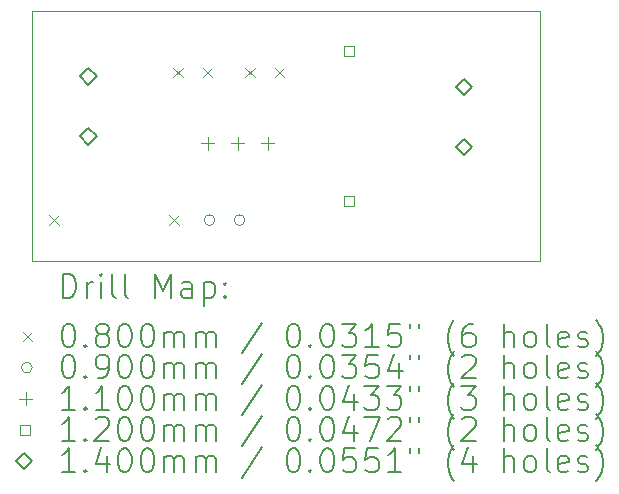
<source format=gbr>
%TF.GenerationSoftware,KiCad,Pcbnew,9.0.7-1.fc43*%
%TF.CreationDate,2026-02-20T23:12:54+05:30*%
%TF.ProjectId,7805 voltage regulator,37383035-2076-46f6-9c74-616765207265,rev?*%
%TF.SameCoordinates,Original*%
%TF.FileFunction,Drillmap*%
%TF.FilePolarity,Positive*%
%FSLAX45Y45*%
G04 Gerber Fmt 4.5, Leading zero omitted, Abs format (unit mm)*
G04 Created by KiCad (PCBNEW 9.0.7-1.fc43) date 2026-02-20 23:12:54*
%MOMM*%
%LPD*%
G01*
G04 APERTURE LIST*
%ADD10C,0.050000*%
%ADD11C,0.200000*%
%ADD12C,0.100000*%
%ADD13C,0.110000*%
%ADD14C,0.120000*%
%ADD15C,0.140000*%
G04 APERTURE END LIST*
D10*
X9877000Y-8833000D02*
X14177000Y-8833000D01*
X14177000Y-10943000D01*
X9877000Y-10943000D01*
X9877000Y-8833000D01*
D11*
D12*
X10020000Y-10560000D02*
X10100000Y-10640000D01*
X10100000Y-10560000D02*
X10020000Y-10640000D01*
X11036000Y-10560000D02*
X11116000Y-10640000D01*
X11116000Y-10560000D02*
X11036000Y-10640000D01*
X11070000Y-9310000D02*
X11150000Y-9390000D01*
X11150000Y-9310000D02*
X11070000Y-9390000D01*
X11320000Y-9310000D02*
X11400000Y-9390000D01*
X11400000Y-9310000D02*
X11320000Y-9390000D01*
X11680510Y-9310000D02*
X11760510Y-9390000D01*
X11760510Y-9310000D02*
X11680510Y-9390000D01*
X11930510Y-9310000D02*
X12010510Y-9390000D01*
X12010510Y-9310000D02*
X11930510Y-9390000D01*
X11421000Y-10600000D02*
G75*
G02*
X11331000Y-10600000I-45000J0D01*
G01*
X11331000Y-10600000D02*
G75*
G02*
X11421000Y-10600000I45000J0D01*
G01*
X11675000Y-10600000D02*
G75*
G02*
X11585000Y-10600000I-45000J0D01*
G01*
X11585000Y-10600000D02*
G75*
G02*
X11675000Y-10600000I45000J0D01*
G01*
D13*
X11362000Y-9895000D02*
X11362000Y-10005000D01*
X11307000Y-9950000D02*
X11417000Y-9950000D01*
X11616000Y-9895000D02*
X11616000Y-10005000D01*
X11561000Y-9950000D02*
X11671000Y-9950000D01*
X11870000Y-9895000D02*
X11870000Y-10005000D01*
X11815000Y-9950000D02*
X11925000Y-9950000D01*
D14*
X12602427Y-9207427D02*
X12602427Y-9122573D01*
X12517573Y-9122573D01*
X12517573Y-9207427D01*
X12602427Y-9207427D01*
X12602427Y-10477427D02*
X12602427Y-10392573D01*
X12517573Y-10392573D01*
X12517573Y-10477427D01*
X12602427Y-10477427D01*
D15*
X10350000Y-9452000D02*
X10420000Y-9382000D01*
X10350000Y-9312000D01*
X10280000Y-9382000D01*
X10350000Y-9452000D01*
X10350000Y-9960000D02*
X10420000Y-9890000D01*
X10350000Y-9820000D01*
X10280000Y-9890000D01*
X10350000Y-9960000D01*
X13530000Y-9542000D02*
X13600000Y-9472000D01*
X13530000Y-9402000D01*
X13460000Y-9472000D01*
X13530000Y-9542000D01*
X13530000Y-10050000D02*
X13600000Y-9980000D01*
X13530000Y-9910000D01*
X13460000Y-9980000D01*
X13530000Y-10050000D01*
D11*
X10135277Y-11256984D02*
X10135277Y-11056984D01*
X10135277Y-11056984D02*
X10182896Y-11056984D01*
X10182896Y-11056984D02*
X10211467Y-11066508D01*
X10211467Y-11066508D02*
X10230515Y-11085555D01*
X10230515Y-11085555D02*
X10240039Y-11104603D01*
X10240039Y-11104603D02*
X10249563Y-11142698D01*
X10249563Y-11142698D02*
X10249563Y-11171270D01*
X10249563Y-11171270D02*
X10240039Y-11209365D01*
X10240039Y-11209365D02*
X10230515Y-11228412D01*
X10230515Y-11228412D02*
X10211467Y-11247460D01*
X10211467Y-11247460D02*
X10182896Y-11256984D01*
X10182896Y-11256984D02*
X10135277Y-11256984D01*
X10335277Y-11256984D02*
X10335277Y-11123650D01*
X10335277Y-11161746D02*
X10344801Y-11142698D01*
X10344801Y-11142698D02*
X10354324Y-11133174D01*
X10354324Y-11133174D02*
X10373372Y-11123650D01*
X10373372Y-11123650D02*
X10392420Y-11123650D01*
X10459086Y-11256984D02*
X10459086Y-11123650D01*
X10459086Y-11056984D02*
X10449563Y-11066508D01*
X10449563Y-11066508D02*
X10459086Y-11076031D01*
X10459086Y-11076031D02*
X10468610Y-11066508D01*
X10468610Y-11066508D02*
X10459086Y-11056984D01*
X10459086Y-11056984D02*
X10459086Y-11076031D01*
X10582896Y-11256984D02*
X10563848Y-11247460D01*
X10563848Y-11247460D02*
X10554324Y-11228412D01*
X10554324Y-11228412D02*
X10554324Y-11056984D01*
X10687658Y-11256984D02*
X10668610Y-11247460D01*
X10668610Y-11247460D02*
X10659086Y-11228412D01*
X10659086Y-11228412D02*
X10659086Y-11056984D01*
X10916229Y-11256984D02*
X10916229Y-11056984D01*
X10916229Y-11056984D02*
X10982896Y-11199841D01*
X10982896Y-11199841D02*
X11049563Y-11056984D01*
X11049563Y-11056984D02*
X11049563Y-11256984D01*
X11230515Y-11256984D02*
X11230515Y-11152222D01*
X11230515Y-11152222D02*
X11220991Y-11133174D01*
X11220991Y-11133174D02*
X11201943Y-11123650D01*
X11201943Y-11123650D02*
X11163848Y-11123650D01*
X11163848Y-11123650D02*
X11144801Y-11133174D01*
X11230515Y-11247460D02*
X11211467Y-11256984D01*
X11211467Y-11256984D02*
X11163848Y-11256984D01*
X11163848Y-11256984D02*
X11144801Y-11247460D01*
X11144801Y-11247460D02*
X11135277Y-11228412D01*
X11135277Y-11228412D02*
X11135277Y-11209365D01*
X11135277Y-11209365D02*
X11144801Y-11190317D01*
X11144801Y-11190317D02*
X11163848Y-11180793D01*
X11163848Y-11180793D02*
X11211467Y-11180793D01*
X11211467Y-11180793D02*
X11230515Y-11171270D01*
X11325753Y-11123650D02*
X11325753Y-11323650D01*
X11325753Y-11133174D02*
X11344801Y-11123650D01*
X11344801Y-11123650D02*
X11382896Y-11123650D01*
X11382896Y-11123650D02*
X11401943Y-11133174D01*
X11401943Y-11133174D02*
X11411467Y-11142698D01*
X11411467Y-11142698D02*
X11420991Y-11161746D01*
X11420991Y-11161746D02*
X11420991Y-11218888D01*
X11420991Y-11218888D02*
X11411467Y-11237936D01*
X11411467Y-11237936D02*
X11401943Y-11247460D01*
X11401943Y-11247460D02*
X11382896Y-11256984D01*
X11382896Y-11256984D02*
X11344801Y-11256984D01*
X11344801Y-11256984D02*
X11325753Y-11247460D01*
X11506705Y-11237936D02*
X11516229Y-11247460D01*
X11516229Y-11247460D02*
X11506705Y-11256984D01*
X11506705Y-11256984D02*
X11497182Y-11247460D01*
X11497182Y-11247460D02*
X11506705Y-11237936D01*
X11506705Y-11237936D02*
X11506705Y-11256984D01*
X11506705Y-11133174D02*
X11516229Y-11142698D01*
X11516229Y-11142698D02*
X11506705Y-11152222D01*
X11506705Y-11152222D02*
X11497182Y-11142698D01*
X11497182Y-11142698D02*
X11506705Y-11133174D01*
X11506705Y-11133174D02*
X11506705Y-11152222D01*
D12*
X9794500Y-11545500D02*
X9874500Y-11625500D01*
X9874500Y-11545500D02*
X9794500Y-11625500D01*
D11*
X10173372Y-11476984D02*
X10192420Y-11476984D01*
X10192420Y-11476984D02*
X10211467Y-11486508D01*
X10211467Y-11486508D02*
X10220991Y-11496031D01*
X10220991Y-11496031D02*
X10230515Y-11515079D01*
X10230515Y-11515079D02*
X10240039Y-11553174D01*
X10240039Y-11553174D02*
X10240039Y-11600793D01*
X10240039Y-11600793D02*
X10230515Y-11638888D01*
X10230515Y-11638888D02*
X10220991Y-11657936D01*
X10220991Y-11657936D02*
X10211467Y-11667460D01*
X10211467Y-11667460D02*
X10192420Y-11676984D01*
X10192420Y-11676984D02*
X10173372Y-11676984D01*
X10173372Y-11676984D02*
X10154324Y-11667460D01*
X10154324Y-11667460D02*
X10144801Y-11657936D01*
X10144801Y-11657936D02*
X10135277Y-11638888D01*
X10135277Y-11638888D02*
X10125753Y-11600793D01*
X10125753Y-11600793D02*
X10125753Y-11553174D01*
X10125753Y-11553174D02*
X10135277Y-11515079D01*
X10135277Y-11515079D02*
X10144801Y-11496031D01*
X10144801Y-11496031D02*
X10154324Y-11486508D01*
X10154324Y-11486508D02*
X10173372Y-11476984D01*
X10325753Y-11657936D02*
X10335277Y-11667460D01*
X10335277Y-11667460D02*
X10325753Y-11676984D01*
X10325753Y-11676984D02*
X10316229Y-11667460D01*
X10316229Y-11667460D02*
X10325753Y-11657936D01*
X10325753Y-11657936D02*
X10325753Y-11676984D01*
X10449563Y-11562698D02*
X10430515Y-11553174D01*
X10430515Y-11553174D02*
X10420991Y-11543650D01*
X10420991Y-11543650D02*
X10411467Y-11524603D01*
X10411467Y-11524603D02*
X10411467Y-11515079D01*
X10411467Y-11515079D02*
X10420991Y-11496031D01*
X10420991Y-11496031D02*
X10430515Y-11486508D01*
X10430515Y-11486508D02*
X10449563Y-11476984D01*
X10449563Y-11476984D02*
X10487658Y-11476984D01*
X10487658Y-11476984D02*
X10506705Y-11486508D01*
X10506705Y-11486508D02*
X10516229Y-11496031D01*
X10516229Y-11496031D02*
X10525753Y-11515079D01*
X10525753Y-11515079D02*
X10525753Y-11524603D01*
X10525753Y-11524603D02*
X10516229Y-11543650D01*
X10516229Y-11543650D02*
X10506705Y-11553174D01*
X10506705Y-11553174D02*
X10487658Y-11562698D01*
X10487658Y-11562698D02*
X10449563Y-11562698D01*
X10449563Y-11562698D02*
X10430515Y-11572222D01*
X10430515Y-11572222D02*
X10420991Y-11581746D01*
X10420991Y-11581746D02*
X10411467Y-11600793D01*
X10411467Y-11600793D02*
X10411467Y-11638888D01*
X10411467Y-11638888D02*
X10420991Y-11657936D01*
X10420991Y-11657936D02*
X10430515Y-11667460D01*
X10430515Y-11667460D02*
X10449563Y-11676984D01*
X10449563Y-11676984D02*
X10487658Y-11676984D01*
X10487658Y-11676984D02*
X10506705Y-11667460D01*
X10506705Y-11667460D02*
X10516229Y-11657936D01*
X10516229Y-11657936D02*
X10525753Y-11638888D01*
X10525753Y-11638888D02*
X10525753Y-11600793D01*
X10525753Y-11600793D02*
X10516229Y-11581746D01*
X10516229Y-11581746D02*
X10506705Y-11572222D01*
X10506705Y-11572222D02*
X10487658Y-11562698D01*
X10649563Y-11476984D02*
X10668610Y-11476984D01*
X10668610Y-11476984D02*
X10687658Y-11486508D01*
X10687658Y-11486508D02*
X10697182Y-11496031D01*
X10697182Y-11496031D02*
X10706705Y-11515079D01*
X10706705Y-11515079D02*
X10716229Y-11553174D01*
X10716229Y-11553174D02*
X10716229Y-11600793D01*
X10716229Y-11600793D02*
X10706705Y-11638888D01*
X10706705Y-11638888D02*
X10697182Y-11657936D01*
X10697182Y-11657936D02*
X10687658Y-11667460D01*
X10687658Y-11667460D02*
X10668610Y-11676984D01*
X10668610Y-11676984D02*
X10649563Y-11676984D01*
X10649563Y-11676984D02*
X10630515Y-11667460D01*
X10630515Y-11667460D02*
X10620991Y-11657936D01*
X10620991Y-11657936D02*
X10611467Y-11638888D01*
X10611467Y-11638888D02*
X10601944Y-11600793D01*
X10601944Y-11600793D02*
X10601944Y-11553174D01*
X10601944Y-11553174D02*
X10611467Y-11515079D01*
X10611467Y-11515079D02*
X10620991Y-11496031D01*
X10620991Y-11496031D02*
X10630515Y-11486508D01*
X10630515Y-11486508D02*
X10649563Y-11476984D01*
X10840039Y-11476984D02*
X10859086Y-11476984D01*
X10859086Y-11476984D02*
X10878134Y-11486508D01*
X10878134Y-11486508D02*
X10887658Y-11496031D01*
X10887658Y-11496031D02*
X10897182Y-11515079D01*
X10897182Y-11515079D02*
X10906705Y-11553174D01*
X10906705Y-11553174D02*
X10906705Y-11600793D01*
X10906705Y-11600793D02*
X10897182Y-11638888D01*
X10897182Y-11638888D02*
X10887658Y-11657936D01*
X10887658Y-11657936D02*
X10878134Y-11667460D01*
X10878134Y-11667460D02*
X10859086Y-11676984D01*
X10859086Y-11676984D02*
X10840039Y-11676984D01*
X10840039Y-11676984D02*
X10820991Y-11667460D01*
X10820991Y-11667460D02*
X10811467Y-11657936D01*
X10811467Y-11657936D02*
X10801944Y-11638888D01*
X10801944Y-11638888D02*
X10792420Y-11600793D01*
X10792420Y-11600793D02*
X10792420Y-11553174D01*
X10792420Y-11553174D02*
X10801944Y-11515079D01*
X10801944Y-11515079D02*
X10811467Y-11496031D01*
X10811467Y-11496031D02*
X10820991Y-11486508D01*
X10820991Y-11486508D02*
X10840039Y-11476984D01*
X10992420Y-11676984D02*
X10992420Y-11543650D01*
X10992420Y-11562698D02*
X11001944Y-11553174D01*
X11001944Y-11553174D02*
X11020991Y-11543650D01*
X11020991Y-11543650D02*
X11049563Y-11543650D01*
X11049563Y-11543650D02*
X11068610Y-11553174D01*
X11068610Y-11553174D02*
X11078134Y-11572222D01*
X11078134Y-11572222D02*
X11078134Y-11676984D01*
X11078134Y-11572222D02*
X11087658Y-11553174D01*
X11087658Y-11553174D02*
X11106705Y-11543650D01*
X11106705Y-11543650D02*
X11135277Y-11543650D01*
X11135277Y-11543650D02*
X11154325Y-11553174D01*
X11154325Y-11553174D02*
X11163848Y-11572222D01*
X11163848Y-11572222D02*
X11163848Y-11676984D01*
X11259086Y-11676984D02*
X11259086Y-11543650D01*
X11259086Y-11562698D02*
X11268610Y-11553174D01*
X11268610Y-11553174D02*
X11287658Y-11543650D01*
X11287658Y-11543650D02*
X11316229Y-11543650D01*
X11316229Y-11543650D02*
X11335277Y-11553174D01*
X11335277Y-11553174D02*
X11344801Y-11572222D01*
X11344801Y-11572222D02*
X11344801Y-11676984D01*
X11344801Y-11572222D02*
X11354324Y-11553174D01*
X11354324Y-11553174D02*
X11373372Y-11543650D01*
X11373372Y-11543650D02*
X11401943Y-11543650D01*
X11401943Y-11543650D02*
X11420991Y-11553174D01*
X11420991Y-11553174D02*
X11430515Y-11572222D01*
X11430515Y-11572222D02*
X11430515Y-11676984D01*
X11820991Y-11467460D02*
X11649563Y-11724603D01*
X12078134Y-11476984D02*
X12097182Y-11476984D01*
X12097182Y-11476984D02*
X12116229Y-11486508D01*
X12116229Y-11486508D02*
X12125753Y-11496031D01*
X12125753Y-11496031D02*
X12135277Y-11515079D01*
X12135277Y-11515079D02*
X12144801Y-11553174D01*
X12144801Y-11553174D02*
X12144801Y-11600793D01*
X12144801Y-11600793D02*
X12135277Y-11638888D01*
X12135277Y-11638888D02*
X12125753Y-11657936D01*
X12125753Y-11657936D02*
X12116229Y-11667460D01*
X12116229Y-11667460D02*
X12097182Y-11676984D01*
X12097182Y-11676984D02*
X12078134Y-11676984D01*
X12078134Y-11676984D02*
X12059086Y-11667460D01*
X12059086Y-11667460D02*
X12049563Y-11657936D01*
X12049563Y-11657936D02*
X12040039Y-11638888D01*
X12040039Y-11638888D02*
X12030515Y-11600793D01*
X12030515Y-11600793D02*
X12030515Y-11553174D01*
X12030515Y-11553174D02*
X12040039Y-11515079D01*
X12040039Y-11515079D02*
X12049563Y-11496031D01*
X12049563Y-11496031D02*
X12059086Y-11486508D01*
X12059086Y-11486508D02*
X12078134Y-11476984D01*
X12230515Y-11657936D02*
X12240039Y-11667460D01*
X12240039Y-11667460D02*
X12230515Y-11676984D01*
X12230515Y-11676984D02*
X12220991Y-11667460D01*
X12220991Y-11667460D02*
X12230515Y-11657936D01*
X12230515Y-11657936D02*
X12230515Y-11676984D01*
X12363848Y-11476984D02*
X12382896Y-11476984D01*
X12382896Y-11476984D02*
X12401944Y-11486508D01*
X12401944Y-11486508D02*
X12411467Y-11496031D01*
X12411467Y-11496031D02*
X12420991Y-11515079D01*
X12420991Y-11515079D02*
X12430515Y-11553174D01*
X12430515Y-11553174D02*
X12430515Y-11600793D01*
X12430515Y-11600793D02*
X12420991Y-11638888D01*
X12420991Y-11638888D02*
X12411467Y-11657936D01*
X12411467Y-11657936D02*
X12401944Y-11667460D01*
X12401944Y-11667460D02*
X12382896Y-11676984D01*
X12382896Y-11676984D02*
X12363848Y-11676984D01*
X12363848Y-11676984D02*
X12344801Y-11667460D01*
X12344801Y-11667460D02*
X12335277Y-11657936D01*
X12335277Y-11657936D02*
X12325753Y-11638888D01*
X12325753Y-11638888D02*
X12316229Y-11600793D01*
X12316229Y-11600793D02*
X12316229Y-11553174D01*
X12316229Y-11553174D02*
X12325753Y-11515079D01*
X12325753Y-11515079D02*
X12335277Y-11496031D01*
X12335277Y-11496031D02*
X12344801Y-11486508D01*
X12344801Y-11486508D02*
X12363848Y-11476984D01*
X12497182Y-11476984D02*
X12620991Y-11476984D01*
X12620991Y-11476984D02*
X12554325Y-11553174D01*
X12554325Y-11553174D02*
X12582896Y-11553174D01*
X12582896Y-11553174D02*
X12601944Y-11562698D01*
X12601944Y-11562698D02*
X12611467Y-11572222D01*
X12611467Y-11572222D02*
X12620991Y-11591269D01*
X12620991Y-11591269D02*
X12620991Y-11638888D01*
X12620991Y-11638888D02*
X12611467Y-11657936D01*
X12611467Y-11657936D02*
X12601944Y-11667460D01*
X12601944Y-11667460D02*
X12582896Y-11676984D01*
X12582896Y-11676984D02*
X12525753Y-11676984D01*
X12525753Y-11676984D02*
X12506706Y-11667460D01*
X12506706Y-11667460D02*
X12497182Y-11657936D01*
X12811467Y-11676984D02*
X12697182Y-11676984D01*
X12754325Y-11676984D02*
X12754325Y-11476984D01*
X12754325Y-11476984D02*
X12735277Y-11505555D01*
X12735277Y-11505555D02*
X12716229Y-11524603D01*
X12716229Y-11524603D02*
X12697182Y-11534127D01*
X12992420Y-11476984D02*
X12897182Y-11476984D01*
X12897182Y-11476984D02*
X12887658Y-11572222D01*
X12887658Y-11572222D02*
X12897182Y-11562698D01*
X12897182Y-11562698D02*
X12916229Y-11553174D01*
X12916229Y-11553174D02*
X12963848Y-11553174D01*
X12963848Y-11553174D02*
X12982896Y-11562698D01*
X12982896Y-11562698D02*
X12992420Y-11572222D01*
X12992420Y-11572222D02*
X13001944Y-11591269D01*
X13001944Y-11591269D02*
X13001944Y-11638888D01*
X13001944Y-11638888D02*
X12992420Y-11657936D01*
X12992420Y-11657936D02*
X12982896Y-11667460D01*
X12982896Y-11667460D02*
X12963848Y-11676984D01*
X12963848Y-11676984D02*
X12916229Y-11676984D01*
X12916229Y-11676984D02*
X12897182Y-11667460D01*
X12897182Y-11667460D02*
X12887658Y-11657936D01*
X13078134Y-11476984D02*
X13078134Y-11515079D01*
X13154325Y-11476984D02*
X13154325Y-11515079D01*
X13449563Y-11753174D02*
X13440039Y-11743650D01*
X13440039Y-11743650D02*
X13420991Y-11715079D01*
X13420991Y-11715079D02*
X13411468Y-11696031D01*
X13411468Y-11696031D02*
X13401944Y-11667460D01*
X13401944Y-11667460D02*
X13392420Y-11619841D01*
X13392420Y-11619841D02*
X13392420Y-11581746D01*
X13392420Y-11581746D02*
X13401944Y-11534127D01*
X13401944Y-11534127D02*
X13411468Y-11505555D01*
X13411468Y-11505555D02*
X13420991Y-11486508D01*
X13420991Y-11486508D02*
X13440039Y-11457936D01*
X13440039Y-11457936D02*
X13449563Y-11448412D01*
X13611468Y-11476984D02*
X13573372Y-11476984D01*
X13573372Y-11476984D02*
X13554325Y-11486508D01*
X13554325Y-11486508D02*
X13544801Y-11496031D01*
X13544801Y-11496031D02*
X13525753Y-11524603D01*
X13525753Y-11524603D02*
X13516229Y-11562698D01*
X13516229Y-11562698D02*
X13516229Y-11638888D01*
X13516229Y-11638888D02*
X13525753Y-11657936D01*
X13525753Y-11657936D02*
X13535277Y-11667460D01*
X13535277Y-11667460D02*
X13554325Y-11676984D01*
X13554325Y-11676984D02*
X13592420Y-11676984D01*
X13592420Y-11676984D02*
X13611468Y-11667460D01*
X13611468Y-11667460D02*
X13620991Y-11657936D01*
X13620991Y-11657936D02*
X13630515Y-11638888D01*
X13630515Y-11638888D02*
X13630515Y-11591269D01*
X13630515Y-11591269D02*
X13620991Y-11572222D01*
X13620991Y-11572222D02*
X13611468Y-11562698D01*
X13611468Y-11562698D02*
X13592420Y-11553174D01*
X13592420Y-11553174D02*
X13554325Y-11553174D01*
X13554325Y-11553174D02*
X13535277Y-11562698D01*
X13535277Y-11562698D02*
X13525753Y-11572222D01*
X13525753Y-11572222D02*
X13516229Y-11591269D01*
X13868610Y-11676984D02*
X13868610Y-11476984D01*
X13954325Y-11676984D02*
X13954325Y-11572222D01*
X13954325Y-11572222D02*
X13944801Y-11553174D01*
X13944801Y-11553174D02*
X13925753Y-11543650D01*
X13925753Y-11543650D02*
X13897182Y-11543650D01*
X13897182Y-11543650D02*
X13878134Y-11553174D01*
X13878134Y-11553174D02*
X13868610Y-11562698D01*
X14078134Y-11676984D02*
X14059087Y-11667460D01*
X14059087Y-11667460D02*
X14049563Y-11657936D01*
X14049563Y-11657936D02*
X14040039Y-11638888D01*
X14040039Y-11638888D02*
X14040039Y-11581746D01*
X14040039Y-11581746D02*
X14049563Y-11562698D01*
X14049563Y-11562698D02*
X14059087Y-11553174D01*
X14059087Y-11553174D02*
X14078134Y-11543650D01*
X14078134Y-11543650D02*
X14106706Y-11543650D01*
X14106706Y-11543650D02*
X14125753Y-11553174D01*
X14125753Y-11553174D02*
X14135277Y-11562698D01*
X14135277Y-11562698D02*
X14144801Y-11581746D01*
X14144801Y-11581746D02*
X14144801Y-11638888D01*
X14144801Y-11638888D02*
X14135277Y-11657936D01*
X14135277Y-11657936D02*
X14125753Y-11667460D01*
X14125753Y-11667460D02*
X14106706Y-11676984D01*
X14106706Y-11676984D02*
X14078134Y-11676984D01*
X14259087Y-11676984D02*
X14240039Y-11667460D01*
X14240039Y-11667460D02*
X14230515Y-11648412D01*
X14230515Y-11648412D02*
X14230515Y-11476984D01*
X14411468Y-11667460D02*
X14392420Y-11676984D01*
X14392420Y-11676984D02*
X14354325Y-11676984D01*
X14354325Y-11676984D02*
X14335277Y-11667460D01*
X14335277Y-11667460D02*
X14325753Y-11648412D01*
X14325753Y-11648412D02*
X14325753Y-11572222D01*
X14325753Y-11572222D02*
X14335277Y-11553174D01*
X14335277Y-11553174D02*
X14354325Y-11543650D01*
X14354325Y-11543650D02*
X14392420Y-11543650D01*
X14392420Y-11543650D02*
X14411468Y-11553174D01*
X14411468Y-11553174D02*
X14420991Y-11572222D01*
X14420991Y-11572222D02*
X14420991Y-11591269D01*
X14420991Y-11591269D02*
X14325753Y-11610317D01*
X14497182Y-11667460D02*
X14516230Y-11676984D01*
X14516230Y-11676984D02*
X14554325Y-11676984D01*
X14554325Y-11676984D02*
X14573372Y-11667460D01*
X14573372Y-11667460D02*
X14582896Y-11648412D01*
X14582896Y-11648412D02*
X14582896Y-11638888D01*
X14582896Y-11638888D02*
X14573372Y-11619841D01*
X14573372Y-11619841D02*
X14554325Y-11610317D01*
X14554325Y-11610317D02*
X14525753Y-11610317D01*
X14525753Y-11610317D02*
X14506706Y-11600793D01*
X14506706Y-11600793D02*
X14497182Y-11581746D01*
X14497182Y-11581746D02*
X14497182Y-11572222D01*
X14497182Y-11572222D02*
X14506706Y-11553174D01*
X14506706Y-11553174D02*
X14525753Y-11543650D01*
X14525753Y-11543650D02*
X14554325Y-11543650D01*
X14554325Y-11543650D02*
X14573372Y-11553174D01*
X14649563Y-11753174D02*
X14659087Y-11743650D01*
X14659087Y-11743650D02*
X14678134Y-11715079D01*
X14678134Y-11715079D02*
X14687658Y-11696031D01*
X14687658Y-11696031D02*
X14697182Y-11667460D01*
X14697182Y-11667460D02*
X14706706Y-11619841D01*
X14706706Y-11619841D02*
X14706706Y-11581746D01*
X14706706Y-11581746D02*
X14697182Y-11534127D01*
X14697182Y-11534127D02*
X14687658Y-11505555D01*
X14687658Y-11505555D02*
X14678134Y-11486508D01*
X14678134Y-11486508D02*
X14659087Y-11457936D01*
X14659087Y-11457936D02*
X14649563Y-11448412D01*
D12*
X9874500Y-11849500D02*
G75*
G02*
X9784500Y-11849500I-45000J0D01*
G01*
X9784500Y-11849500D02*
G75*
G02*
X9874500Y-11849500I45000J0D01*
G01*
D11*
X10173372Y-11740984D02*
X10192420Y-11740984D01*
X10192420Y-11740984D02*
X10211467Y-11750508D01*
X10211467Y-11750508D02*
X10220991Y-11760031D01*
X10220991Y-11760031D02*
X10230515Y-11779079D01*
X10230515Y-11779079D02*
X10240039Y-11817174D01*
X10240039Y-11817174D02*
X10240039Y-11864793D01*
X10240039Y-11864793D02*
X10230515Y-11902888D01*
X10230515Y-11902888D02*
X10220991Y-11921936D01*
X10220991Y-11921936D02*
X10211467Y-11931460D01*
X10211467Y-11931460D02*
X10192420Y-11940984D01*
X10192420Y-11940984D02*
X10173372Y-11940984D01*
X10173372Y-11940984D02*
X10154324Y-11931460D01*
X10154324Y-11931460D02*
X10144801Y-11921936D01*
X10144801Y-11921936D02*
X10135277Y-11902888D01*
X10135277Y-11902888D02*
X10125753Y-11864793D01*
X10125753Y-11864793D02*
X10125753Y-11817174D01*
X10125753Y-11817174D02*
X10135277Y-11779079D01*
X10135277Y-11779079D02*
X10144801Y-11760031D01*
X10144801Y-11760031D02*
X10154324Y-11750508D01*
X10154324Y-11750508D02*
X10173372Y-11740984D01*
X10325753Y-11921936D02*
X10335277Y-11931460D01*
X10335277Y-11931460D02*
X10325753Y-11940984D01*
X10325753Y-11940984D02*
X10316229Y-11931460D01*
X10316229Y-11931460D02*
X10325753Y-11921936D01*
X10325753Y-11921936D02*
X10325753Y-11940984D01*
X10430515Y-11940984D02*
X10468610Y-11940984D01*
X10468610Y-11940984D02*
X10487658Y-11931460D01*
X10487658Y-11931460D02*
X10497182Y-11921936D01*
X10497182Y-11921936D02*
X10516229Y-11893365D01*
X10516229Y-11893365D02*
X10525753Y-11855269D01*
X10525753Y-11855269D02*
X10525753Y-11779079D01*
X10525753Y-11779079D02*
X10516229Y-11760031D01*
X10516229Y-11760031D02*
X10506705Y-11750508D01*
X10506705Y-11750508D02*
X10487658Y-11740984D01*
X10487658Y-11740984D02*
X10449563Y-11740984D01*
X10449563Y-11740984D02*
X10430515Y-11750508D01*
X10430515Y-11750508D02*
X10420991Y-11760031D01*
X10420991Y-11760031D02*
X10411467Y-11779079D01*
X10411467Y-11779079D02*
X10411467Y-11826698D01*
X10411467Y-11826698D02*
X10420991Y-11845746D01*
X10420991Y-11845746D02*
X10430515Y-11855269D01*
X10430515Y-11855269D02*
X10449563Y-11864793D01*
X10449563Y-11864793D02*
X10487658Y-11864793D01*
X10487658Y-11864793D02*
X10506705Y-11855269D01*
X10506705Y-11855269D02*
X10516229Y-11845746D01*
X10516229Y-11845746D02*
X10525753Y-11826698D01*
X10649563Y-11740984D02*
X10668610Y-11740984D01*
X10668610Y-11740984D02*
X10687658Y-11750508D01*
X10687658Y-11750508D02*
X10697182Y-11760031D01*
X10697182Y-11760031D02*
X10706705Y-11779079D01*
X10706705Y-11779079D02*
X10716229Y-11817174D01*
X10716229Y-11817174D02*
X10716229Y-11864793D01*
X10716229Y-11864793D02*
X10706705Y-11902888D01*
X10706705Y-11902888D02*
X10697182Y-11921936D01*
X10697182Y-11921936D02*
X10687658Y-11931460D01*
X10687658Y-11931460D02*
X10668610Y-11940984D01*
X10668610Y-11940984D02*
X10649563Y-11940984D01*
X10649563Y-11940984D02*
X10630515Y-11931460D01*
X10630515Y-11931460D02*
X10620991Y-11921936D01*
X10620991Y-11921936D02*
X10611467Y-11902888D01*
X10611467Y-11902888D02*
X10601944Y-11864793D01*
X10601944Y-11864793D02*
X10601944Y-11817174D01*
X10601944Y-11817174D02*
X10611467Y-11779079D01*
X10611467Y-11779079D02*
X10620991Y-11760031D01*
X10620991Y-11760031D02*
X10630515Y-11750508D01*
X10630515Y-11750508D02*
X10649563Y-11740984D01*
X10840039Y-11740984D02*
X10859086Y-11740984D01*
X10859086Y-11740984D02*
X10878134Y-11750508D01*
X10878134Y-11750508D02*
X10887658Y-11760031D01*
X10887658Y-11760031D02*
X10897182Y-11779079D01*
X10897182Y-11779079D02*
X10906705Y-11817174D01*
X10906705Y-11817174D02*
X10906705Y-11864793D01*
X10906705Y-11864793D02*
X10897182Y-11902888D01*
X10897182Y-11902888D02*
X10887658Y-11921936D01*
X10887658Y-11921936D02*
X10878134Y-11931460D01*
X10878134Y-11931460D02*
X10859086Y-11940984D01*
X10859086Y-11940984D02*
X10840039Y-11940984D01*
X10840039Y-11940984D02*
X10820991Y-11931460D01*
X10820991Y-11931460D02*
X10811467Y-11921936D01*
X10811467Y-11921936D02*
X10801944Y-11902888D01*
X10801944Y-11902888D02*
X10792420Y-11864793D01*
X10792420Y-11864793D02*
X10792420Y-11817174D01*
X10792420Y-11817174D02*
X10801944Y-11779079D01*
X10801944Y-11779079D02*
X10811467Y-11760031D01*
X10811467Y-11760031D02*
X10820991Y-11750508D01*
X10820991Y-11750508D02*
X10840039Y-11740984D01*
X10992420Y-11940984D02*
X10992420Y-11807650D01*
X10992420Y-11826698D02*
X11001944Y-11817174D01*
X11001944Y-11817174D02*
X11020991Y-11807650D01*
X11020991Y-11807650D02*
X11049563Y-11807650D01*
X11049563Y-11807650D02*
X11068610Y-11817174D01*
X11068610Y-11817174D02*
X11078134Y-11836222D01*
X11078134Y-11836222D02*
X11078134Y-11940984D01*
X11078134Y-11836222D02*
X11087658Y-11817174D01*
X11087658Y-11817174D02*
X11106705Y-11807650D01*
X11106705Y-11807650D02*
X11135277Y-11807650D01*
X11135277Y-11807650D02*
X11154325Y-11817174D01*
X11154325Y-11817174D02*
X11163848Y-11836222D01*
X11163848Y-11836222D02*
X11163848Y-11940984D01*
X11259086Y-11940984D02*
X11259086Y-11807650D01*
X11259086Y-11826698D02*
X11268610Y-11817174D01*
X11268610Y-11817174D02*
X11287658Y-11807650D01*
X11287658Y-11807650D02*
X11316229Y-11807650D01*
X11316229Y-11807650D02*
X11335277Y-11817174D01*
X11335277Y-11817174D02*
X11344801Y-11836222D01*
X11344801Y-11836222D02*
X11344801Y-11940984D01*
X11344801Y-11836222D02*
X11354324Y-11817174D01*
X11354324Y-11817174D02*
X11373372Y-11807650D01*
X11373372Y-11807650D02*
X11401943Y-11807650D01*
X11401943Y-11807650D02*
X11420991Y-11817174D01*
X11420991Y-11817174D02*
X11430515Y-11836222D01*
X11430515Y-11836222D02*
X11430515Y-11940984D01*
X11820991Y-11731460D02*
X11649563Y-11988603D01*
X12078134Y-11740984D02*
X12097182Y-11740984D01*
X12097182Y-11740984D02*
X12116229Y-11750508D01*
X12116229Y-11750508D02*
X12125753Y-11760031D01*
X12125753Y-11760031D02*
X12135277Y-11779079D01*
X12135277Y-11779079D02*
X12144801Y-11817174D01*
X12144801Y-11817174D02*
X12144801Y-11864793D01*
X12144801Y-11864793D02*
X12135277Y-11902888D01*
X12135277Y-11902888D02*
X12125753Y-11921936D01*
X12125753Y-11921936D02*
X12116229Y-11931460D01*
X12116229Y-11931460D02*
X12097182Y-11940984D01*
X12097182Y-11940984D02*
X12078134Y-11940984D01*
X12078134Y-11940984D02*
X12059086Y-11931460D01*
X12059086Y-11931460D02*
X12049563Y-11921936D01*
X12049563Y-11921936D02*
X12040039Y-11902888D01*
X12040039Y-11902888D02*
X12030515Y-11864793D01*
X12030515Y-11864793D02*
X12030515Y-11817174D01*
X12030515Y-11817174D02*
X12040039Y-11779079D01*
X12040039Y-11779079D02*
X12049563Y-11760031D01*
X12049563Y-11760031D02*
X12059086Y-11750508D01*
X12059086Y-11750508D02*
X12078134Y-11740984D01*
X12230515Y-11921936D02*
X12240039Y-11931460D01*
X12240039Y-11931460D02*
X12230515Y-11940984D01*
X12230515Y-11940984D02*
X12220991Y-11931460D01*
X12220991Y-11931460D02*
X12230515Y-11921936D01*
X12230515Y-11921936D02*
X12230515Y-11940984D01*
X12363848Y-11740984D02*
X12382896Y-11740984D01*
X12382896Y-11740984D02*
X12401944Y-11750508D01*
X12401944Y-11750508D02*
X12411467Y-11760031D01*
X12411467Y-11760031D02*
X12420991Y-11779079D01*
X12420991Y-11779079D02*
X12430515Y-11817174D01*
X12430515Y-11817174D02*
X12430515Y-11864793D01*
X12430515Y-11864793D02*
X12420991Y-11902888D01*
X12420991Y-11902888D02*
X12411467Y-11921936D01*
X12411467Y-11921936D02*
X12401944Y-11931460D01*
X12401944Y-11931460D02*
X12382896Y-11940984D01*
X12382896Y-11940984D02*
X12363848Y-11940984D01*
X12363848Y-11940984D02*
X12344801Y-11931460D01*
X12344801Y-11931460D02*
X12335277Y-11921936D01*
X12335277Y-11921936D02*
X12325753Y-11902888D01*
X12325753Y-11902888D02*
X12316229Y-11864793D01*
X12316229Y-11864793D02*
X12316229Y-11817174D01*
X12316229Y-11817174D02*
X12325753Y-11779079D01*
X12325753Y-11779079D02*
X12335277Y-11760031D01*
X12335277Y-11760031D02*
X12344801Y-11750508D01*
X12344801Y-11750508D02*
X12363848Y-11740984D01*
X12497182Y-11740984D02*
X12620991Y-11740984D01*
X12620991Y-11740984D02*
X12554325Y-11817174D01*
X12554325Y-11817174D02*
X12582896Y-11817174D01*
X12582896Y-11817174D02*
X12601944Y-11826698D01*
X12601944Y-11826698D02*
X12611467Y-11836222D01*
X12611467Y-11836222D02*
X12620991Y-11855269D01*
X12620991Y-11855269D02*
X12620991Y-11902888D01*
X12620991Y-11902888D02*
X12611467Y-11921936D01*
X12611467Y-11921936D02*
X12601944Y-11931460D01*
X12601944Y-11931460D02*
X12582896Y-11940984D01*
X12582896Y-11940984D02*
X12525753Y-11940984D01*
X12525753Y-11940984D02*
X12506706Y-11931460D01*
X12506706Y-11931460D02*
X12497182Y-11921936D01*
X12801944Y-11740984D02*
X12706706Y-11740984D01*
X12706706Y-11740984D02*
X12697182Y-11836222D01*
X12697182Y-11836222D02*
X12706706Y-11826698D01*
X12706706Y-11826698D02*
X12725753Y-11817174D01*
X12725753Y-11817174D02*
X12773372Y-11817174D01*
X12773372Y-11817174D02*
X12792420Y-11826698D01*
X12792420Y-11826698D02*
X12801944Y-11836222D01*
X12801944Y-11836222D02*
X12811467Y-11855269D01*
X12811467Y-11855269D02*
X12811467Y-11902888D01*
X12811467Y-11902888D02*
X12801944Y-11921936D01*
X12801944Y-11921936D02*
X12792420Y-11931460D01*
X12792420Y-11931460D02*
X12773372Y-11940984D01*
X12773372Y-11940984D02*
X12725753Y-11940984D01*
X12725753Y-11940984D02*
X12706706Y-11931460D01*
X12706706Y-11931460D02*
X12697182Y-11921936D01*
X12982896Y-11807650D02*
X12982896Y-11940984D01*
X12935277Y-11731460D02*
X12887658Y-11874317D01*
X12887658Y-11874317D02*
X13011467Y-11874317D01*
X13078134Y-11740984D02*
X13078134Y-11779079D01*
X13154325Y-11740984D02*
X13154325Y-11779079D01*
X13449563Y-12017174D02*
X13440039Y-12007650D01*
X13440039Y-12007650D02*
X13420991Y-11979079D01*
X13420991Y-11979079D02*
X13411468Y-11960031D01*
X13411468Y-11960031D02*
X13401944Y-11931460D01*
X13401944Y-11931460D02*
X13392420Y-11883841D01*
X13392420Y-11883841D02*
X13392420Y-11845746D01*
X13392420Y-11845746D02*
X13401944Y-11798127D01*
X13401944Y-11798127D02*
X13411468Y-11769555D01*
X13411468Y-11769555D02*
X13420991Y-11750508D01*
X13420991Y-11750508D02*
X13440039Y-11721936D01*
X13440039Y-11721936D02*
X13449563Y-11712412D01*
X13516229Y-11760031D02*
X13525753Y-11750508D01*
X13525753Y-11750508D02*
X13544801Y-11740984D01*
X13544801Y-11740984D02*
X13592420Y-11740984D01*
X13592420Y-11740984D02*
X13611468Y-11750508D01*
X13611468Y-11750508D02*
X13620991Y-11760031D01*
X13620991Y-11760031D02*
X13630515Y-11779079D01*
X13630515Y-11779079D02*
X13630515Y-11798127D01*
X13630515Y-11798127D02*
X13620991Y-11826698D01*
X13620991Y-11826698D02*
X13506706Y-11940984D01*
X13506706Y-11940984D02*
X13630515Y-11940984D01*
X13868610Y-11940984D02*
X13868610Y-11740984D01*
X13954325Y-11940984D02*
X13954325Y-11836222D01*
X13954325Y-11836222D02*
X13944801Y-11817174D01*
X13944801Y-11817174D02*
X13925753Y-11807650D01*
X13925753Y-11807650D02*
X13897182Y-11807650D01*
X13897182Y-11807650D02*
X13878134Y-11817174D01*
X13878134Y-11817174D02*
X13868610Y-11826698D01*
X14078134Y-11940984D02*
X14059087Y-11931460D01*
X14059087Y-11931460D02*
X14049563Y-11921936D01*
X14049563Y-11921936D02*
X14040039Y-11902888D01*
X14040039Y-11902888D02*
X14040039Y-11845746D01*
X14040039Y-11845746D02*
X14049563Y-11826698D01*
X14049563Y-11826698D02*
X14059087Y-11817174D01*
X14059087Y-11817174D02*
X14078134Y-11807650D01*
X14078134Y-11807650D02*
X14106706Y-11807650D01*
X14106706Y-11807650D02*
X14125753Y-11817174D01*
X14125753Y-11817174D02*
X14135277Y-11826698D01*
X14135277Y-11826698D02*
X14144801Y-11845746D01*
X14144801Y-11845746D02*
X14144801Y-11902888D01*
X14144801Y-11902888D02*
X14135277Y-11921936D01*
X14135277Y-11921936D02*
X14125753Y-11931460D01*
X14125753Y-11931460D02*
X14106706Y-11940984D01*
X14106706Y-11940984D02*
X14078134Y-11940984D01*
X14259087Y-11940984D02*
X14240039Y-11931460D01*
X14240039Y-11931460D02*
X14230515Y-11912412D01*
X14230515Y-11912412D02*
X14230515Y-11740984D01*
X14411468Y-11931460D02*
X14392420Y-11940984D01*
X14392420Y-11940984D02*
X14354325Y-11940984D01*
X14354325Y-11940984D02*
X14335277Y-11931460D01*
X14335277Y-11931460D02*
X14325753Y-11912412D01*
X14325753Y-11912412D02*
X14325753Y-11836222D01*
X14325753Y-11836222D02*
X14335277Y-11817174D01*
X14335277Y-11817174D02*
X14354325Y-11807650D01*
X14354325Y-11807650D02*
X14392420Y-11807650D01*
X14392420Y-11807650D02*
X14411468Y-11817174D01*
X14411468Y-11817174D02*
X14420991Y-11836222D01*
X14420991Y-11836222D02*
X14420991Y-11855269D01*
X14420991Y-11855269D02*
X14325753Y-11874317D01*
X14497182Y-11931460D02*
X14516230Y-11940984D01*
X14516230Y-11940984D02*
X14554325Y-11940984D01*
X14554325Y-11940984D02*
X14573372Y-11931460D01*
X14573372Y-11931460D02*
X14582896Y-11912412D01*
X14582896Y-11912412D02*
X14582896Y-11902888D01*
X14582896Y-11902888D02*
X14573372Y-11883841D01*
X14573372Y-11883841D02*
X14554325Y-11874317D01*
X14554325Y-11874317D02*
X14525753Y-11874317D01*
X14525753Y-11874317D02*
X14506706Y-11864793D01*
X14506706Y-11864793D02*
X14497182Y-11845746D01*
X14497182Y-11845746D02*
X14497182Y-11836222D01*
X14497182Y-11836222D02*
X14506706Y-11817174D01*
X14506706Y-11817174D02*
X14525753Y-11807650D01*
X14525753Y-11807650D02*
X14554325Y-11807650D01*
X14554325Y-11807650D02*
X14573372Y-11817174D01*
X14649563Y-12017174D02*
X14659087Y-12007650D01*
X14659087Y-12007650D02*
X14678134Y-11979079D01*
X14678134Y-11979079D02*
X14687658Y-11960031D01*
X14687658Y-11960031D02*
X14697182Y-11931460D01*
X14697182Y-11931460D02*
X14706706Y-11883841D01*
X14706706Y-11883841D02*
X14706706Y-11845746D01*
X14706706Y-11845746D02*
X14697182Y-11798127D01*
X14697182Y-11798127D02*
X14687658Y-11769555D01*
X14687658Y-11769555D02*
X14678134Y-11750508D01*
X14678134Y-11750508D02*
X14659087Y-11721936D01*
X14659087Y-11721936D02*
X14649563Y-11712412D01*
D13*
X9819500Y-12058500D02*
X9819500Y-12168500D01*
X9764500Y-12113500D02*
X9874500Y-12113500D01*
D11*
X10240039Y-12204984D02*
X10125753Y-12204984D01*
X10182896Y-12204984D02*
X10182896Y-12004984D01*
X10182896Y-12004984D02*
X10163848Y-12033555D01*
X10163848Y-12033555D02*
X10144801Y-12052603D01*
X10144801Y-12052603D02*
X10125753Y-12062127D01*
X10325753Y-12185936D02*
X10335277Y-12195460D01*
X10335277Y-12195460D02*
X10325753Y-12204984D01*
X10325753Y-12204984D02*
X10316229Y-12195460D01*
X10316229Y-12195460D02*
X10325753Y-12185936D01*
X10325753Y-12185936D02*
X10325753Y-12204984D01*
X10525753Y-12204984D02*
X10411467Y-12204984D01*
X10468610Y-12204984D02*
X10468610Y-12004984D01*
X10468610Y-12004984D02*
X10449563Y-12033555D01*
X10449563Y-12033555D02*
X10430515Y-12052603D01*
X10430515Y-12052603D02*
X10411467Y-12062127D01*
X10649563Y-12004984D02*
X10668610Y-12004984D01*
X10668610Y-12004984D02*
X10687658Y-12014508D01*
X10687658Y-12014508D02*
X10697182Y-12024031D01*
X10697182Y-12024031D02*
X10706705Y-12043079D01*
X10706705Y-12043079D02*
X10716229Y-12081174D01*
X10716229Y-12081174D02*
X10716229Y-12128793D01*
X10716229Y-12128793D02*
X10706705Y-12166888D01*
X10706705Y-12166888D02*
X10697182Y-12185936D01*
X10697182Y-12185936D02*
X10687658Y-12195460D01*
X10687658Y-12195460D02*
X10668610Y-12204984D01*
X10668610Y-12204984D02*
X10649563Y-12204984D01*
X10649563Y-12204984D02*
X10630515Y-12195460D01*
X10630515Y-12195460D02*
X10620991Y-12185936D01*
X10620991Y-12185936D02*
X10611467Y-12166888D01*
X10611467Y-12166888D02*
X10601944Y-12128793D01*
X10601944Y-12128793D02*
X10601944Y-12081174D01*
X10601944Y-12081174D02*
X10611467Y-12043079D01*
X10611467Y-12043079D02*
X10620991Y-12024031D01*
X10620991Y-12024031D02*
X10630515Y-12014508D01*
X10630515Y-12014508D02*
X10649563Y-12004984D01*
X10840039Y-12004984D02*
X10859086Y-12004984D01*
X10859086Y-12004984D02*
X10878134Y-12014508D01*
X10878134Y-12014508D02*
X10887658Y-12024031D01*
X10887658Y-12024031D02*
X10897182Y-12043079D01*
X10897182Y-12043079D02*
X10906705Y-12081174D01*
X10906705Y-12081174D02*
X10906705Y-12128793D01*
X10906705Y-12128793D02*
X10897182Y-12166888D01*
X10897182Y-12166888D02*
X10887658Y-12185936D01*
X10887658Y-12185936D02*
X10878134Y-12195460D01*
X10878134Y-12195460D02*
X10859086Y-12204984D01*
X10859086Y-12204984D02*
X10840039Y-12204984D01*
X10840039Y-12204984D02*
X10820991Y-12195460D01*
X10820991Y-12195460D02*
X10811467Y-12185936D01*
X10811467Y-12185936D02*
X10801944Y-12166888D01*
X10801944Y-12166888D02*
X10792420Y-12128793D01*
X10792420Y-12128793D02*
X10792420Y-12081174D01*
X10792420Y-12081174D02*
X10801944Y-12043079D01*
X10801944Y-12043079D02*
X10811467Y-12024031D01*
X10811467Y-12024031D02*
X10820991Y-12014508D01*
X10820991Y-12014508D02*
X10840039Y-12004984D01*
X10992420Y-12204984D02*
X10992420Y-12071650D01*
X10992420Y-12090698D02*
X11001944Y-12081174D01*
X11001944Y-12081174D02*
X11020991Y-12071650D01*
X11020991Y-12071650D02*
X11049563Y-12071650D01*
X11049563Y-12071650D02*
X11068610Y-12081174D01*
X11068610Y-12081174D02*
X11078134Y-12100222D01*
X11078134Y-12100222D02*
X11078134Y-12204984D01*
X11078134Y-12100222D02*
X11087658Y-12081174D01*
X11087658Y-12081174D02*
X11106705Y-12071650D01*
X11106705Y-12071650D02*
X11135277Y-12071650D01*
X11135277Y-12071650D02*
X11154325Y-12081174D01*
X11154325Y-12081174D02*
X11163848Y-12100222D01*
X11163848Y-12100222D02*
X11163848Y-12204984D01*
X11259086Y-12204984D02*
X11259086Y-12071650D01*
X11259086Y-12090698D02*
X11268610Y-12081174D01*
X11268610Y-12081174D02*
X11287658Y-12071650D01*
X11287658Y-12071650D02*
X11316229Y-12071650D01*
X11316229Y-12071650D02*
X11335277Y-12081174D01*
X11335277Y-12081174D02*
X11344801Y-12100222D01*
X11344801Y-12100222D02*
X11344801Y-12204984D01*
X11344801Y-12100222D02*
X11354324Y-12081174D01*
X11354324Y-12081174D02*
X11373372Y-12071650D01*
X11373372Y-12071650D02*
X11401943Y-12071650D01*
X11401943Y-12071650D02*
X11420991Y-12081174D01*
X11420991Y-12081174D02*
X11430515Y-12100222D01*
X11430515Y-12100222D02*
X11430515Y-12204984D01*
X11820991Y-11995460D02*
X11649563Y-12252603D01*
X12078134Y-12004984D02*
X12097182Y-12004984D01*
X12097182Y-12004984D02*
X12116229Y-12014508D01*
X12116229Y-12014508D02*
X12125753Y-12024031D01*
X12125753Y-12024031D02*
X12135277Y-12043079D01*
X12135277Y-12043079D02*
X12144801Y-12081174D01*
X12144801Y-12081174D02*
X12144801Y-12128793D01*
X12144801Y-12128793D02*
X12135277Y-12166888D01*
X12135277Y-12166888D02*
X12125753Y-12185936D01*
X12125753Y-12185936D02*
X12116229Y-12195460D01*
X12116229Y-12195460D02*
X12097182Y-12204984D01*
X12097182Y-12204984D02*
X12078134Y-12204984D01*
X12078134Y-12204984D02*
X12059086Y-12195460D01*
X12059086Y-12195460D02*
X12049563Y-12185936D01*
X12049563Y-12185936D02*
X12040039Y-12166888D01*
X12040039Y-12166888D02*
X12030515Y-12128793D01*
X12030515Y-12128793D02*
X12030515Y-12081174D01*
X12030515Y-12081174D02*
X12040039Y-12043079D01*
X12040039Y-12043079D02*
X12049563Y-12024031D01*
X12049563Y-12024031D02*
X12059086Y-12014508D01*
X12059086Y-12014508D02*
X12078134Y-12004984D01*
X12230515Y-12185936D02*
X12240039Y-12195460D01*
X12240039Y-12195460D02*
X12230515Y-12204984D01*
X12230515Y-12204984D02*
X12220991Y-12195460D01*
X12220991Y-12195460D02*
X12230515Y-12185936D01*
X12230515Y-12185936D02*
X12230515Y-12204984D01*
X12363848Y-12004984D02*
X12382896Y-12004984D01*
X12382896Y-12004984D02*
X12401944Y-12014508D01*
X12401944Y-12014508D02*
X12411467Y-12024031D01*
X12411467Y-12024031D02*
X12420991Y-12043079D01*
X12420991Y-12043079D02*
X12430515Y-12081174D01*
X12430515Y-12081174D02*
X12430515Y-12128793D01*
X12430515Y-12128793D02*
X12420991Y-12166888D01*
X12420991Y-12166888D02*
X12411467Y-12185936D01*
X12411467Y-12185936D02*
X12401944Y-12195460D01*
X12401944Y-12195460D02*
X12382896Y-12204984D01*
X12382896Y-12204984D02*
X12363848Y-12204984D01*
X12363848Y-12204984D02*
X12344801Y-12195460D01*
X12344801Y-12195460D02*
X12335277Y-12185936D01*
X12335277Y-12185936D02*
X12325753Y-12166888D01*
X12325753Y-12166888D02*
X12316229Y-12128793D01*
X12316229Y-12128793D02*
X12316229Y-12081174D01*
X12316229Y-12081174D02*
X12325753Y-12043079D01*
X12325753Y-12043079D02*
X12335277Y-12024031D01*
X12335277Y-12024031D02*
X12344801Y-12014508D01*
X12344801Y-12014508D02*
X12363848Y-12004984D01*
X12601944Y-12071650D02*
X12601944Y-12204984D01*
X12554325Y-11995460D02*
X12506706Y-12138317D01*
X12506706Y-12138317D02*
X12630515Y-12138317D01*
X12687658Y-12004984D02*
X12811467Y-12004984D01*
X12811467Y-12004984D02*
X12744801Y-12081174D01*
X12744801Y-12081174D02*
X12773372Y-12081174D01*
X12773372Y-12081174D02*
X12792420Y-12090698D01*
X12792420Y-12090698D02*
X12801944Y-12100222D01*
X12801944Y-12100222D02*
X12811467Y-12119269D01*
X12811467Y-12119269D02*
X12811467Y-12166888D01*
X12811467Y-12166888D02*
X12801944Y-12185936D01*
X12801944Y-12185936D02*
X12792420Y-12195460D01*
X12792420Y-12195460D02*
X12773372Y-12204984D01*
X12773372Y-12204984D02*
X12716229Y-12204984D01*
X12716229Y-12204984D02*
X12697182Y-12195460D01*
X12697182Y-12195460D02*
X12687658Y-12185936D01*
X12878134Y-12004984D02*
X13001944Y-12004984D01*
X13001944Y-12004984D02*
X12935277Y-12081174D01*
X12935277Y-12081174D02*
X12963848Y-12081174D01*
X12963848Y-12081174D02*
X12982896Y-12090698D01*
X12982896Y-12090698D02*
X12992420Y-12100222D01*
X12992420Y-12100222D02*
X13001944Y-12119269D01*
X13001944Y-12119269D02*
X13001944Y-12166888D01*
X13001944Y-12166888D02*
X12992420Y-12185936D01*
X12992420Y-12185936D02*
X12982896Y-12195460D01*
X12982896Y-12195460D02*
X12963848Y-12204984D01*
X12963848Y-12204984D02*
X12906706Y-12204984D01*
X12906706Y-12204984D02*
X12887658Y-12195460D01*
X12887658Y-12195460D02*
X12878134Y-12185936D01*
X13078134Y-12004984D02*
X13078134Y-12043079D01*
X13154325Y-12004984D02*
X13154325Y-12043079D01*
X13449563Y-12281174D02*
X13440039Y-12271650D01*
X13440039Y-12271650D02*
X13420991Y-12243079D01*
X13420991Y-12243079D02*
X13411468Y-12224031D01*
X13411468Y-12224031D02*
X13401944Y-12195460D01*
X13401944Y-12195460D02*
X13392420Y-12147841D01*
X13392420Y-12147841D02*
X13392420Y-12109746D01*
X13392420Y-12109746D02*
X13401944Y-12062127D01*
X13401944Y-12062127D02*
X13411468Y-12033555D01*
X13411468Y-12033555D02*
X13420991Y-12014508D01*
X13420991Y-12014508D02*
X13440039Y-11985936D01*
X13440039Y-11985936D02*
X13449563Y-11976412D01*
X13506706Y-12004984D02*
X13630515Y-12004984D01*
X13630515Y-12004984D02*
X13563848Y-12081174D01*
X13563848Y-12081174D02*
X13592420Y-12081174D01*
X13592420Y-12081174D02*
X13611468Y-12090698D01*
X13611468Y-12090698D02*
X13620991Y-12100222D01*
X13620991Y-12100222D02*
X13630515Y-12119269D01*
X13630515Y-12119269D02*
X13630515Y-12166888D01*
X13630515Y-12166888D02*
X13620991Y-12185936D01*
X13620991Y-12185936D02*
X13611468Y-12195460D01*
X13611468Y-12195460D02*
X13592420Y-12204984D01*
X13592420Y-12204984D02*
X13535277Y-12204984D01*
X13535277Y-12204984D02*
X13516229Y-12195460D01*
X13516229Y-12195460D02*
X13506706Y-12185936D01*
X13868610Y-12204984D02*
X13868610Y-12004984D01*
X13954325Y-12204984D02*
X13954325Y-12100222D01*
X13954325Y-12100222D02*
X13944801Y-12081174D01*
X13944801Y-12081174D02*
X13925753Y-12071650D01*
X13925753Y-12071650D02*
X13897182Y-12071650D01*
X13897182Y-12071650D02*
X13878134Y-12081174D01*
X13878134Y-12081174D02*
X13868610Y-12090698D01*
X14078134Y-12204984D02*
X14059087Y-12195460D01*
X14059087Y-12195460D02*
X14049563Y-12185936D01*
X14049563Y-12185936D02*
X14040039Y-12166888D01*
X14040039Y-12166888D02*
X14040039Y-12109746D01*
X14040039Y-12109746D02*
X14049563Y-12090698D01*
X14049563Y-12090698D02*
X14059087Y-12081174D01*
X14059087Y-12081174D02*
X14078134Y-12071650D01*
X14078134Y-12071650D02*
X14106706Y-12071650D01*
X14106706Y-12071650D02*
X14125753Y-12081174D01*
X14125753Y-12081174D02*
X14135277Y-12090698D01*
X14135277Y-12090698D02*
X14144801Y-12109746D01*
X14144801Y-12109746D02*
X14144801Y-12166888D01*
X14144801Y-12166888D02*
X14135277Y-12185936D01*
X14135277Y-12185936D02*
X14125753Y-12195460D01*
X14125753Y-12195460D02*
X14106706Y-12204984D01*
X14106706Y-12204984D02*
X14078134Y-12204984D01*
X14259087Y-12204984D02*
X14240039Y-12195460D01*
X14240039Y-12195460D02*
X14230515Y-12176412D01*
X14230515Y-12176412D02*
X14230515Y-12004984D01*
X14411468Y-12195460D02*
X14392420Y-12204984D01*
X14392420Y-12204984D02*
X14354325Y-12204984D01*
X14354325Y-12204984D02*
X14335277Y-12195460D01*
X14335277Y-12195460D02*
X14325753Y-12176412D01*
X14325753Y-12176412D02*
X14325753Y-12100222D01*
X14325753Y-12100222D02*
X14335277Y-12081174D01*
X14335277Y-12081174D02*
X14354325Y-12071650D01*
X14354325Y-12071650D02*
X14392420Y-12071650D01*
X14392420Y-12071650D02*
X14411468Y-12081174D01*
X14411468Y-12081174D02*
X14420991Y-12100222D01*
X14420991Y-12100222D02*
X14420991Y-12119269D01*
X14420991Y-12119269D02*
X14325753Y-12138317D01*
X14497182Y-12195460D02*
X14516230Y-12204984D01*
X14516230Y-12204984D02*
X14554325Y-12204984D01*
X14554325Y-12204984D02*
X14573372Y-12195460D01*
X14573372Y-12195460D02*
X14582896Y-12176412D01*
X14582896Y-12176412D02*
X14582896Y-12166888D01*
X14582896Y-12166888D02*
X14573372Y-12147841D01*
X14573372Y-12147841D02*
X14554325Y-12138317D01*
X14554325Y-12138317D02*
X14525753Y-12138317D01*
X14525753Y-12138317D02*
X14506706Y-12128793D01*
X14506706Y-12128793D02*
X14497182Y-12109746D01*
X14497182Y-12109746D02*
X14497182Y-12100222D01*
X14497182Y-12100222D02*
X14506706Y-12081174D01*
X14506706Y-12081174D02*
X14525753Y-12071650D01*
X14525753Y-12071650D02*
X14554325Y-12071650D01*
X14554325Y-12071650D02*
X14573372Y-12081174D01*
X14649563Y-12281174D02*
X14659087Y-12271650D01*
X14659087Y-12271650D02*
X14678134Y-12243079D01*
X14678134Y-12243079D02*
X14687658Y-12224031D01*
X14687658Y-12224031D02*
X14697182Y-12195460D01*
X14697182Y-12195460D02*
X14706706Y-12147841D01*
X14706706Y-12147841D02*
X14706706Y-12109746D01*
X14706706Y-12109746D02*
X14697182Y-12062127D01*
X14697182Y-12062127D02*
X14687658Y-12033555D01*
X14687658Y-12033555D02*
X14678134Y-12014508D01*
X14678134Y-12014508D02*
X14659087Y-11985936D01*
X14659087Y-11985936D02*
X14649563Y-11976412D01*
D14*
X9856927Y-12419927D02*
X9856927Y-12335073D01*
X9772073Y-12335073D01*
X9772073Y-12419927D01*
X9856927Y-12419927D01*
D11*
X10240039Y-12468984D02*
X10125753Y-12468984D01*
X10182896Y-12468984D02*
X10182896Y-12268984D01*
X10182896Y-12268984D02*
X10163848Y-12297555D01*
X10163848Y-12297555D02*
X10144801Y-12316603D01*
X10144801Y-12316603D02*
X10125753Y-12326127D01*
X10325753Y-12449936D02*
X10335277Y-12459460D01*
X10335277Y-12459460D02*
X10325753Y-12468984D01*
X10325753Y-12468984D02*
X10316229Y-12459460D01*
X10316229Y-12459460D02*
X10325753Y-12449936D01*
X10325753Y-12449936D02*
X10325753Y-12468984D01*
X10411467Y-12288031D02*
X10420991Y-12278508D01*
X10420991Y-12278508D02*
X10440039Y-12268984D01*
X10440039Y-12268984D02*
X10487658Y-12268984D01*
X10487658Y-12268984D02*
X10506705Y-12278508D01*
X10506705Y-12278508D02*
X10516229Y-12288031D01*
X10516229Y-12288031D02*
X10525753Y-12307079D01*
X10525753Y-12307079D02*
X10525753Y-12326127D01*
X10525753Y-12326127D02*
X10516229Y-12354698D01*
X10516229Y-12354698D02*
X10401944Y-12468984D01*
X10401944Y-12468984D02*
X10525753Y-12468984D01*
X10649563Y-12268984D02*
X10668610Y-12268984D01*
X10668610Y-12268984D02*
X10687658Y-12278508D01*
X10687658Y-12278508D02*
X10697182Y-12288031D01*
X10697182Y-12288031D02*
X10706705Y-12307079D01*
X10706705Y-12307079D02*
X10716229Y-12345174D01*
X10716229Y-12345174D02*
X10716229Y-12392793D01*
X10716229Y-12392793D02*
X10706705Y-12430888D01*
X10706705Y-12430888D02*
X10697182Y-12449936D01*
X10697182Y-12449936D02*
X10687658Y-12459460D01*
X10687658Y-12459460D02*
X10668610Y-12468984D01*
X10668610Y-12468984D02*
X10649563Y-12468984D01*
X10649563Y-12468984D02*
X10630515Y-12459460D01*
X10630515Y-12459460D02*
X10620991Y-12449936D01*
X10620991Y-12449936D02*
X10611467Y-12430888D01*
X10611467Y-12430888D02*
X10601944Y-12392793D01*
X10601944Y-12392793D02*
X10601944Y-12345174D01*
X10601944Y-12345174D02*
X10611467Y-12307079D01*
X10611467Y-12307079D02*
X10620991Y-12288031D01*
X10620991Y-12288031D02*
X10630515Y-12278508D01*
X10630515Y-12278508D02*
X10649563Y-12268984D01*
X10840039Y-12268984D02*
X10859086Y-12268984D01*
X10859086Y-12268984D02*
X10878134Y-12278508D01*
X10878134Y-12278508D02*
X10887658Y-12288031D01*
X10887658Y-12288031D02*
X10897182Y-12307079D01*
X10897182Y-12307079D02*
X10906705Y-12345174D01*
X10906705Y-12345174D02*
X10906705Y-12392793D01*
X10906705Y-12392793D02*
X10897182Y-12430888D01*
X10897182Y-12430888D02*
X10887658Y-12449936D01*
X10887658Y-12449936D02*
X10878134Y-12459460D01*
X10878134Y-12459460D02*
X10859086Y-12468984D01*
X10859086Y-12468984D02*
X10840039Y-12468984D01*
X10840039Y-12468984D02*
X10820991Y-12459460D01*
X10820991Y-12459460D02*
X10811467Y-12449936D01*
X10811467Y-12449936D02*
X10801944Y-12430888D01*
X10801944Y-12430888D02*
X10792420Y-12392793D01*
X10792420Y-12392793D02*
X10792420Y-12345174D01*
X10792420Y-12345174D02*
X10801944Y-12307079D01*
X10801944Y-12307079D02*
X10811467Y-12288031D01*
X10811467Y-12288031D02*
X10820991Y-12278508D01*
X10820991Y-12278508D02*
X10840039Y-12268984D01*
X10992420Y-12468984D02*
X10992420Y-12335650D01*
X10992420Y-12354698D02*
X11001944Y-12345174D01*
X11001944Y-12345174D02*
X11020991Y-12335650D01*
X11020991Y-12335650D02*
X11049563Y-12335650D01*
X11049563Y-12335650D02*
X11068610Y-12345174D01*
X11068610Y-12345174D02*
X11078134Y-12364222D01*
X11078134Y-12364222D02*
X11078134Y-12468984D01*
X11078134Y-12364222D02*
X11087658Y-12345174D01*
X11087658Y-12345174D02*
X11106705Y-12335650D01*
X11106705Y-12335650D02*
X11135277Y-12335650D01*
X11135277Y-12335650D02*
X11154325Y-12345174D01*
X11154325Y-12345174D02*
X11163848Y-12364222D01*
X11163848Y-12364222D02*
X11163848Y-12468984D01*
X11259086Y-12468984D02*
X11259086Y-12335650D01*
X11259086Y-12354698D02*
X11268610Y-12345174D01*
X11268610Y-12345174D02*
X11287658Y-12335650D01*
X11287658Y-12335650D02*
X11316229Y-12335650D01*
X11316229Y-12335650D02*
X11335277Y-12345174D01*
X11335277Y-12345174D02*
X11344801Y-12364222D01*
X11344801Y-12364222D02*
X11344801Y-12468984D01*
X11344801Y-12364222D02*
X11354324Y-12345174D01*
X11354324Y-12345174D02*
X11373372Y-12335650D01*
X11373372Y-12335650D02*
X11401943Y-12335650D01*
X11401943Y-12335650D02*
X11420991Y-12345174D01*
X11420991Y-12345174D02*
X11430515Y-12364222D01*
X11430515Y-12364222D02*
X11430515Y-12468984D01*
X11820991Y-12259460D02*
X11649563Y-12516603D01*
X12078134Y-12268984D02*
X12097182Y-12268984D01*
X12097182Y-12268984D02*
X12116229Y-12278508D01*
X12116229Y-12278508D02*
X12125753Y-12288031D01*
X12125753Y-12288031D02*
X12135277Y-12307079D01*
X12135277Y-12307079D02*
X12144801Y-12345174D01*
X12144801Y-12345174D02*
X12144801Y-12392793D01*
X12144801Y-12392793D02*
X12135277Y-12430888D01*
X12135277Y-12430888D02*
X12125753Y-12449936D01*
X12125753Y-12449936D02*
X12116229Y-12459460D01*
X12116229Y-12459460D02*
X12097182Y-12468984D01*
X12097182Y-12468984D02*
X12078134Y-12468984D01*
X12078134Y-12468984D02*
X12059086Y-12459460D01*
X12059086Y-12459460D02*
X12049563Y-12449936D01*
X12049563Y-12449936D02*
X12040039Y-12430888D01*
X12040039Y-12430888D02*
X12030515Y-12392793D01*
X12030515Y-12392793D02*
X12030515Y-12345174D01*
X12030515Y-12345174D02*
X12040039Y-12307079D01*
X12040039Y-12307079D02*
X12049563Y-12288031D01*
X12049563Y-12288031D02*
X12059086Y-12278508D01*
X12059086Y-12278508D02*
X12078134Y-12268984D01*
X12230515Y-12449936D02*
X12240039Y-12459460D01*
X12240039Y-12459460D02*
X12230515Y-12468984D01*
X12230515Y-12468984D02*
X12220991Y-12459460D01*
X12220991Y-12459460D02*
X12230515Y-12449936D01*
X12230515Y-12449936D02*
X12230515Y-12468984D01*
X12363848Y-12268984D02*
X12382896Y-12268984D01*
X12382896Y-12268984D02*
X12401944Y-12278508D01*
X12401944Y-12278508D02*
X12411467Y-12288031D01*
X12411467Y-12288031D02*
X12420991Y-12307079D01*
X12420991Y-12307079D02*
X12430515Y-12345174D01*
X12430515Y-12345174D02*
X12430515Y-12392793D01*
X12430515Y-12392793D02*
X12420991Y-12430888D01*
X12420991Y-12430888D02*
X12411467Y-12449936D01*
X12411467Y-12449936D02*
X12401944Y-12459460D01*
X12401944Y-12459460D02*
X12382896Y-12468984D01*
X12382896Y-12468984D02*
X12363848Y-12468984D01*
X12363848Y-12468984D02*
X12344801Y-12459460D01*
X12344801Y-12459460D02*
X12335277Y-12449936D01*
X12335277Y-12449936D02*
X12325753Y-12430888D01*
X12325753Y-12430888D02*
X12316229Y-12392793D01*
X12316229Y-12392793D02*
X12316229Y-12345174D01*
X12316229Y-12345174D02*
X12325753Y-12307079D01*
X12325753Y-12307079D02*
X12335277Y-12288031D01*
X12335277Y-12288031D02*
X12344801Y-12278508D01*
X12344801Y-12278508D02*
X12363848Y-12268984D01*
X12601944Y-12335650D02*
X12601944Y-12468984D01*
X12554325Y-12259460D02*
X12506706Y-12402317D01*
X12506706Y-12402317D02*
X12630515Y-12402317D01*
X12687658Y-12268984D02*
X12820991Y-12268984D01*
X12820991Y-12268984D02*
X12735277Y-12468984D01*
X12887658Y-12288031D02*
X12897182Y-12278508D01*
X12897182Y-12278508D02*
X12916229Y-12268984D01*
X12916229Y-12268984D02*
X12963848Y-12268984D01*
X12963848Y-12268984D02*
X12982896Y-12278508D01*
X12982896Y-12278508D02*
X12992420Y-12288031D01*
X12992420Y-12288031D02*
X13001944Y-12307079D01*
X13001944Y-12307079D02*
X13001944Y-12326127D01*
X13001944Y-12326127D02*
X12992420Y-12354698D01*
X12992420Y-12354698D02*
X12878134Y-12468984D01*
X12878134Y-12468984D02*
X13001944Y-12468984D01*
X13078134Y-12268984D02*
X13078134Y-12307079D01*
X13154325Y-12268984D02*
X13154325Y-12307079D01*
X13449563Y-12545174D02*
X13440039Y-12535650D01*
X13440039Y-12535650D02*
X13420991Y-12507079D01*
X13420991Y-12507079D02*
X13411468Y-12488031D01*
X13411468Y-12488031D02*
X13401944Y-12459460D01*
X13401944Y-12459460D02*
X13392420Y-12411841D01*
X13392420Y-12411841D02*
X13392420Y-12373746D01*
X13392420Y-12373746D02*
X13401944Y-12326127D01*
X13401944Y-12326127D02*
X13411468Y-12297555D01*
X13411468Y-12297555D02*
X13420991Y-12278508D01*
X13420991Y-12278508D02*
X13440039Y-12249936D01*
X13440039Y-12249936D02*
X13449563Y-12240412D01*
X13516229Y-12288031D02*
X13525753Y-12278508D01*
X13525753Y-12278508D02*
X13544801Y-12268984D01*
X13544801Y-12268984D02*
X13592420Y-12268984D01*
X13592420Y-12268984D02*
X13611468Y-12278508D01*
X13611468Y-12278508D02*
X13620991Y-12288031D01*
X13620991Y-12288031D02*
X13630515Y-12307079D01*
X13630515Y-12307079D02*
X13630515Y-12326127D01*
X13630515Y-12326127D02*
X13620991Y-12354698D01*
X13620991Y-12354698D02*
X13506706Y-12468984D01*
X13506706Y-12468984D02*
X13630515Y-12468984D01*
X13868610Y-12468984D02*
X13868610Y-12268984D01*
X13954325Y-12468984D02*
X13954325Y-12364222D01*
X13954325Y-12364222D02*
X13944801Y-12345174D01*
X13944801Y-12345174D02*
X13925753Y-12335650D01*
X13925753Y-12335650D02*
X13897182Y-12335650D01*
X13897182Y-12335650D02*
X13878134Y-12345174D01*
X13878134Y-12345174D02*
X13868610Y-12354698D01*
X14078134Y-12468984D02*
X14059087Y-12459460D01*
X14059087Y-12459460D02*
X14049563Y-12449936D01*
X14049563Y-12449936D02*
X14040039Y-12430888D01*
X14040039Y-12430888D02*
X14040039Y-12373746D01*
X14040039Y-12373746D02*
X14049563Y-12354698D01*
X14049563Y-12354698D02*
X14059087Y-12345174D01*
X14059087Y-12345174D02*
X14078134Y-12335650D01*
X14078134Y-12335650D02*
X14106706Y-12335650D01*
X14106706Y-12335650D02*
X14125753Y-12345174D01*
X14125753Y-12345174D02*
X14135277Y-12354698D01*
X14135277Y-12354698D02*
X14144801Y-12373746D01*
X14144801Y-12373746D02*
X14144801Y-12430888D01*
X14144801Y-12430888D02*
X14135277Y-12449936D01*
X14135277Y-12449936D02*
X14125753Y-12459460D01*
X14125753Y-12459460D02*
X14106706Y-12468984D01*
X14106706Y-12468984D02*
X14078134Y-12468984D01*
X14259087Y-12468984D02*
X14240039Y-12459460D01*
X14240039Y-12459460D02*
X14230515Y-12440412D01*
X14230515Y-12440412D02*
X14230515Y-12268984D01*
X14411468Y-12459460D02*
X14392420Y-12468984D01*
X14392420Y-12468984D02*
X14354325Y-12468984D01*
X14354325Y-12468984D02*
X14335277Y-12459460D01*
X14335277Y-12459460D02*
X14325753Y-12440412D01*
X14325753Y-12440412D02*
X14325753Y-12364222D01*
X14325753Y-12364222D02*
X14335277Y-12345174D01*
X14335277Y-12345174D02*
X14354325Y-12335650D01*
X14354325Y-12335650D02*
X14392420Y-12335650D01*
X14392420Y-12335650D02*
X14411468Y-12345174D01*
X14411468Y-12345174D02*
X14420991Y-12364222D01*
X14420991Y-12364222D02*
X14420991Y-12383269D01*
X14420991Y-12383269D02*
X14325753Y-12402317D01*
X14497182Y-12459460D02*
X14516230Y-12468984D01*
X14516230Y-12468984D02*
X14554325Y-12468984D01*
X14554325Y-12468984D02*
X14573372Y-12459460D01*
X14573372Y-12459460D02*
X14582896Y-12440412D01*
X14582896Y-12440412D02*
X14582896Y-12430888D01*
X14582896Y-12430888D02*
X14573372Y-12411841D01*
X14573372Y-12411841D02*
X14554325Y-12402317D01*
X14554325Y-12402317D02*
X14525753Y-12402317D01*
X14525753Y-12402317D02*
X14506706Y-12392793D01*
X14506706Y-12392793D02*
X14497182Y-12373746D01*
X14497182Y-12373746D02*
X14497182Y-12364222D01*
X14497182Y-12364222D02*
X14506706Y-12345174D01*
X14506706Y-12345174D02*
X14525753Y-12335650D01*
X14525753Y-12335650D02*
X14554325Y-12335650D01*
X14554325Y-12335650D02*
X14573372Y-12345174D01*
X14649563Y-12545174D02*
X14659087Y-12535650D01*
X14659087Y-12535650D02*
X14678134Y-12507079D01*
X14678134Y-12507079D02*
X14687658Y-12488031D01*
X14687658Y-12488031D02*
X14697182Y-12459460D01*
X14697182Y-12459460D02*
X14706706Y-12411841D01*
X14706706Y-12411841D02*
X14706706Y-12373746D01*
X14706706Y-12373746D02*
X14697182Y-12326127D01*
X14697182Y-12326127D02*
X14687658Y-12297555D01*
X14687658Y-12297555D02*
X14678134Y-12278508D01*
X14678134Y-12278508D02*
X14659087Y-12249936D01*
X14659087Y-12249936D02*
X14649563Y-12240412D01*
D15*
X9804500Y-12711500D02*
X9874500Y-12641500D01*
X9804500Y-12571500D01*
X9734500Y-12641500D01*
X9804500Y-12711500D01*
D11*
X10240039Y-12732984D02*
X10125753Y-12732984D01*
X10182896Y-12732984D02*
X10182896Y-12532984D01*
X10182896Y-12532984D02*
X10163848Y-12561555D01*
X10163848Y-12561555D02*
X10144801Y-12580603D01*
X10144801Y-12580603D02*
X10125753Y-12590127D01*
X10325753Y-12713936D02*
X10335277Y-12723460D01*
X10335277Y-12723460D02*
X10325753Y-12732984D01*
X10325753Y-12732984D02*
X10316229Y-12723460D01*
X10316229Y-12723460D02*
X10325753Y-12713936D01*
X10325753Y-12713936D02*
X10325753Y-12732984D01*
X10506705Y-12599650D02*
X10506705Y-12732984D01*
X10459086Y-12523460D02*
X10411467Y-12666317D01*
X10411467Y-12666317D02*
X10535277Y-12666317D01*
X10649563Y-12532984D02*
X10668610Y-12532984D01*
X10668610Y-12532984D02*
X10687658Y-12542508D01*
X10687658Y-12542508D02*
X10697182Y-12552031D01*
X10697182Y-12552031D02*
X10706705Y-12571079D01*
X10706705Y-12571079D02*
X10716229Y-12609174D01*
X10716229Y-12609174D02*
X10716229Y-12656793D01*
X10716229Y-12656793D02*
X10706705Y-12694888D01*
X10706705Y-12694888D02*
X10697182Y-12713936D01*
X10697182Y-12713936D02*
X10687658Y-12723460D01*
X10687658Y-12723460D02*
X10668610Y-12732984D01*
X10668610Y-12732984D02*
X10649563Y-12732984D01*
X10649563Y-12732984D02*
X10630515Y-12723460D01*
X10630515Y-12723460D02*
X10620991Y-12713936D01*
X10620991Y-12713936D02*
X10611467Y-12694888D01*
X10611467Y-12694888D02*
X10601944Y-12656793D01*
X10601944Y-12656793D02*
X10601944Y-12609174D01*
X10601944Y-12609174D02*
X10611467Y-12571079D01*
X10611467Y-12571079D02*
X10620991Y-12552031D01*
X10620991Y-12552031D02*
X10630515Y-12542508D01*
X10630515Y-12542508D02*
X10649563Y-12532984D01*
X10840039Y-12532984D02*
X10859086Y-12532984D01*
X10859086Y-12532984D02*
X10878134Y-12542508D01*
X10878134Y-12542508D02*
X10887658Y-12552031D01*
X10887658Y-12552031D02*
X10897182Y-12571079D01*
X10897182Y-12571079D02*
X10906705Y-12609174D01*
X10906705Y-12609174D02*
X10906705Y-12656793D01*
X10906705Y-12656793D02*
X10897182Y-12694888D01*
X10897182Y-12694888D02*
X10887658Y-12713936D01*
X10887658Y-12713936D02*
X10878134Y-12723460D01*
X10878134Y-12723460D02*
X10859086Y-12732984D01*
X10859086Y-12732984D02*
X10840039Y-12732984D01*
X10840039Y-12732984D02*
X10820991Y-12723460D01*
X10820991Y-12723460D02*
X10811467Y-12713936D01*
X10811467Y-12713936D02*
X10801944Y-12694888D01*
X10801944Y-12694888D02*
X10792420Y-12656793D01*
X10792420Y-12656793D02*
X10792420Y-12609174D01*
X10792420Y-12609174D02*
X10801944Y-12571079D01*
X10801944Y-12571079D02*
X10811467Y-12552031D01*
X10811467Y-12552031D02*
X10820991Y-12542508D01*
X10820991Y-12542508D02*
X10840039Y-12532984D01*
X10992420Y-12732984D02*
X10992420Y-12599650D01*
X10992420Y-12618698D02*
X11001944Y-12609174D01*
X11001944Y-12609174D02*
X11020991Y-12599650D01*
X11020991Y-12599650D02*
X11049563Y-12599650D01*
X11049563Y-12599650D02*
X11068610Y-12609174D01*
X11068610Y-12609174D02*
X11078134Y-12628222D01*
X11078134Y-12628222D02*
X11078134Y-12732984D01*
X11078134Y-12628222D02*
X11087658Y-12609174D01*
X11087658Y-12609174D02*
X11106705Y-12599650D01*
X11106705Y-12599650D02*
X11135277Y-12599650D01*
X11135277Y-12599650D02*
X11154325Y-12609174D01*
X11154325Y-12609174D02*
X11163848Y-12628222D01*
X11163848Y-12628222D02*
X11163848Y-12732984D01*
X11259086Y-12732984D02*
X11259086Y-12599650D01*
X11259086Y-12618698D02*
X11268610Y-12609174D01*
X11268610Y-12609174D02*
X11287658Y-12599650D01*
X11287658Y-12599650D02*
X11316229Y-12599650D01*
X11316229Y-12599650D02*
X11335277Y-12609174D01*
X11335277Y-12609174D02*
X11344801Y-12628222D01*
X11344801Y-12628222D02*
X11344801Y-12732984D01*
X11344801Y-12628222D02*
X11354324Y-12609174D01*
X11354324Y-12609174D02*
X11373372Y-12599650D01*
X11373372Y-12599650D02*
X11401943Y-12599650D01*
X11401943Y-12599650D02*
X11420991Y-12609174D01*
X11420991Y-12609174D02*
X11430515Y-12628222D01*
X11430515Y-12628222D02*
X11430515Y-12732984D01*
X11820991Y-12523460D02*
X11649563Y-12780603D01*
X12078134Y-12532984D02*
X12097182Y-12532984D01*
X12097182Y-12532984D02*
X12116229Y-12542508D01*
X12116229Y-12542508D02*
X12125753Y-12552031D01*
X12125753Y-12552031D02*
X12135277Y-12571079D01*
X12135277Y-12571079D02*
X12144801Y-12609174D01*
X12144801Y-12609174D02*
X12144801Y-12656793D01*
X12144801Y-12656793D02*
X12135277Y-12694888D01*
X12135277Y-12694888D02*
X12125753Y-12713936D01*
X12125753Y-12713936D02*
X12116229Y-12723460D01*
X12116229Y-12723460D02*
X12097182Y-12732984D01*
X12097182Y-12732984D02*
X12078134Y-12732984D01*
X12078134Y-12732984D02*
X12059086Y-12723460D01*
X12059086Y-12723460D02*
X12049563Y-12713936D01*
X12049563Y-12713936D02*
X12040039Y-12694888D01*
X12040039Y-12694888D02*
X12030515Y-12656793D01*
X12030515Y-12656793D02*
X12030515Y-12609174D01*
X12030515Y-12609174D02*
X12040039Y-12571079D01*
X12040039Y-12571079D02*
X12049563Y-12552031D01*
X12049563Y-12552031D02*
X12059086Y-12542508D01*
X12059086Y-12542508D02*
X12078134Y-12532984D01*
X12230515Y-12713936D02*
X12240039Y-12723460D01*
X12240039Y-12723460D02*
X12230515Y-12732984D01*
X12230515Y-12732984D02*
X12220991Y-12723460D01*
X12220991Y-12723460D02*
X12230515Y-12713936D01*
X12230515Y-12713936D02*
X12230515Y-12732984D01*
X12363848Y-12532984D02*
X12382896Y-12532984D01*
X12382896Y-12532984D02*
X12401944Y-12542508D01*
X12401944Y-12542508D02*
X12411467Y-12552031D01*
X12411467Y-12552031D02*
X12420991Y-12571079D01*
X12420991Y-12571079D02*
X12430515Y-12609174D01*
X12430515Y-12609174D02*
X12430515Y-12656793D01*
X12430515Y-12656793D02*
X12420991Y-12694888D01*
X12420991Y-12694888D02*
X12411467Y-12713936D01*
X12411467Y-12713936D02*
X12401944Y-12723460D01*
X12401944Y-12723460D02*
X12382896Y-12732984D01*
X12382896Y-12732984D02*
X12363848Y-12732984D01*
X12363848Y-12732984D02*
X12344801Y-12723460D01*
X12344801Y-12723460D02*
X12335277Y-12713936D01*
X12335277Y-12713936D02*
X12325753Y-12694888D01*
X12325753Y-12694888D02*
X12316229Y-12656793D01*
X12316229Y-12656793D02*
X12316229Y-12609174D01*
X12316229Y-12609174D02*
X12325753Y-12571079D01*
X12325753Y-12571079D02*
X12335277Y-12552031D01*
X12335277Y-12552031D02*
X12344801Y-12542508D01*
X12344801Y-12542508D02*
X12363848Y-12532984D01*
X12611467Y-12532984D02*
X12516229Y-12532984D01*
X12516229Y-12532984D02*
X12506706Y-12628222D01*
X12506706Y-12628222D02*
X12516229Y-12618698D01*
X12516229Y-12618698D02*
X12535277Y-12609174D01*
X12535277Y-12609174D02*
X12582896Y-12609174D01*
X12582896Y-12609174D02*
X12601944Y-12618698D01*
X12601944Y-12618698D02*
X12611467Y-12628222D01*
X12611467Y-12628222D02*
X12620991Y-12647269D01*
X12620991Y-12647269D02*
X12620991Y-12694888D01*
X12620991Y-12694888D02*
X12611467Y-12713936D01*
X12611467Y-12713936D02*
X12601944Y-12723460D01*
X12601944Y-12723460D02*
X12582896Y-12732984D01*
X12582896Y-12732984D02*
X12535277Y-12732984D01*
X12535277Y-12732984D02*
X12516229Y-12723460D01*
X12516229Y-12723460D02*
X12506706Y-12713936D01*
X12801944Y-12532984D02*
X12706706Y-12532984D01*
X12706706Y-12532984D02*
X12697182Y-12628222D01*
X12697182Y-12628222D02*
X12706706Y-12618698D01*
X12706706Y-12618698D02*
X12725753Y-12609174D01*
X12725753Y-12609174D02*
X12773372Y-12609174D01*
X12773372Y-12609174D02*
X12792420Y-12618698D01*
X12792420Y-12618698D02*
X12801944Y-12628222D01*
X12801944Y-12628222D02*
X12811467Y-12647269D01*
X12811467Y-12647269D02*
X12811467Y-12694888D01*
X12811467Y-12694888D02*
X12801944Y-12713936D01*
X12801944Y-12713936D02*
X12792420Y-12723460D01*
X12792420Y-12723460D02*
X12773372Y-12732984D01*
X12773372Y-12732984D02*
X12725753Y-12732984D01*
X12725753Y-12732984D02*
X12706706Y-12723460D01*
X12706706Y-12723460D02*
X12697182Y-12713936D01*
X13001944Y-12732984D02*
X12887658Y-12732984D01*
X12944801Y-12732984D02*
X12944801Y-12532984D01*
X12944801Y-12532984D02*
X12925753Y-12561555D01*
X12925753Y-12561555D02*
X12906706Y-12580603D01*
X12906706Y-12580603D02*
X12887658Y-12590127D01*
X13078134Y-12532984D02*
X13078134Y-12571079D01*
X13154325Y-12532984D02*
X13154325Y-12571079D01*
X13449563Y-12809174D02*
X13440039Y-12799650D01*
X13440039Y-12799650D02*
X13420991Y-12771079D01*
X13420991Y-12771079D02*
X13411468Y-12752031D01*
X13411468Y-12752031D02*
X13401944Y-12723460D01*
X13401944Y-12723460D02*
X13392420Y-12675841D01*
X13392420Y-12675841D02*
X13392420Y-12637746D01*
X13392420Y-12637746D02*
X13401944Y-12590127D01*
X13401944Y-12590127D02*
X13411468Y-12561555D01*
X13411468Y-12561555D02*
X13420991Y-12542508D01*
X13420991Y-12542508D02*
X13440039Y-12513936D01*
X13440039Y-12513936D02*
X13449563Y-12504412D01*
X13611468Y-12599650D02*
X13611468Y-12732984D01*
X13563848Y-12523460D02*
X13516229Y-12666317D01*
X13516229Y-12666317D02*
X13640039Y-12666317D01*
X13868610Y-12732984D02*
X13868610Y-12532984D01*
X13954325Y-12732984D02*
X13954325Y-12628222D01*
X13954325Y-12628222D02*
X13944801Y-12609174D01*
X13944801Y-12609174D02*
X13925753Y-12599650D01*
X13925753Y-12599650D02*
X13897182Y-12599650D01*
X13897182Y-12599650D02*
X13878134Y-12609174D01*
X13878134Y-12609174D02*
X13868610Y-12618698D01*
X14078134Y-12732984D02*
X14059087Y-12723460D01*
X14059087Y-12723460D02*
X14049563Y-12713936D01*
X14049563Y-12713936D02*
X14040039Y-12694888D01*
X14040039Y-12694888D02*
X14040039Y-12637746D01*
X14040039Y-12637746D02*
X14049563Y-12618698D01*
X14049563Y-12618698D02*
X14059087Y-12609174D01*
X14059087Y-12609174D02*
X14078134Y-12599650D01*
X14078134Y-12599650D02*
X14106706Y-12599650D01*
X14106706Y-12599650D02*
X14125753Y-12609174D01*
X14125753Y-12609174D02*
X14135277Y-12618698D01*
X14135277Y-12618698D02*
X14144801Y-12637746D01*
X14144801Y-12637746D02*
X14144801Y-12694888D01*
X14144801Y-12694888D02*
X14135277Y-12713936D01*
X14135277Y-12713936D02*
X14125753Y-12723460D01*
X14125753Y-12723460D02*
X14106706Y-12732984D01*
X14106706Y-12732984D02*
X14078134Y-12732984D01*
X14259087Y-12732984D02*
X14240039Y-12723460D01*
X14240039Y-12723460D02*
X14230515Y-12704412D01*
X14230515Y-12704412D02*
X14230515Y-12532984D01*
X14411468Y-12723460D02*
X14392420Y-12732984D01*
X14392420Y-12732984D02*
X14354325Y-12732984D01*
X14354325Y-12732984D02*
X14335277Y-12723460D01*
X14335277Y-12723460D02*
X14325753Y-12704412D01*
X14325753Y-12704412D02*
X14325753Y-12628222D01*
X14325753Y-12628222D02*
X14335277Y-12609174D01*
X14335277Y-12609174D02*
X14354325Y-12599650D01*
X14354325Y-12599650D02*
X14392420Y-12599650D01*
X14392420Y-12599650D02*
X14411468Y-12609174D01*
X14411468Y-12609174D02*
X14420991Y-12628222D01*
X14420991Y-12628222D02*
X14420991Y-12647269D01*
X14420991Y-12647269D02*
X14325753Y-12666317D01*
X14497182Y-12723460D02*
X14516230Y-12732984D01*
X14516230Y-12732984D02*
X14554325Y-12732984D01*
X14554325Y-12732984D02*
X14573372Y-12723460D01*
X14573372Y-12723460D02*
X14582896Y-12704412D01*
X14582896Y-12704412D02*
X14582896Y-12694888D01*
X14582896Y-12694888D02*
X14573372Y-12675841D01*
X14573372Y-12675841D02*
X14554325Y-12666317D01*
X14554325Y-12666317D02*
X14525753Y-12666317D01*
X14525753Y-12666317D02*
X14506706Y-12656793D01*
X14506706Y-12656793D02*
X14497182Y-12637746D01*
X14497182Y-12637746D02*
X14497182Y-12628222D01*
X14497182Y-12628222D02*
X14506706Y-12609174D01*
X14506706Y-12609174D02*
X14525753Y-12599650D01*
X14525753Y-12599650D02*
X14554325Y-12599650D01*
X14554325Y-12599650D02*
X14573372Y-12609174D01*
X14649563Y-12809174D02*
X14659087Y-12799650D01*
X14659087Y-12799650D02*
X14678134Y-12771079D01*
X14678134Y-12771079D02*
X14687658Y-12752031D01*
X14687658Y-12752031D02*
X14697182Y-12723460D01*
X14697182Y-12723460D02*
X14706706Y-12675841D01*
X14706706Y-12675841D02*
X14706706Y-12637746D01*
X14706706Y-12637746D02*
X14697182Y-12590127D01*
X14697182Y-12590127D02*
X14687658Y-12561555D01*
X14687658Y-12561555D02*
X14678134Y-12542508D01*
X14678134Y-12542508D02*
X14659087Y-12513936D01*
X14659087Y-12513936D02*
X14649563Y-12504412D01*
M02*

</source>
